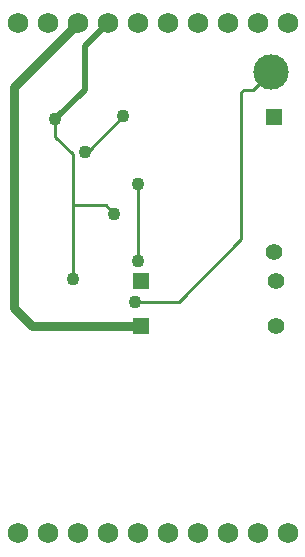
<source format=gbl>
%TF.GenerationSoftware,KiCad,Pcbnew,8.0.7*%
%TF.CreationDate,2025-02-19T16:14:27-05:00*%
%TF.ProjectId,Precharge Module V2.1,50726563-6861-4726-9765-204d6f64756c,rev?*%
%TF.SameCoordinates,Original*%
%TF.FileFunction,Copper,L2,Bot*%
%TF.FilePolarity,Positive*%
%FSLAX46Y46*%
G04 Gerber Fmt 4.6, Leading zero omitted, Abs format (unit mm)*
G04 Created by KiCad (PCBNEW 8.0.7) date 2025-02-19 16:14:27*
%MOMM*%
%LPD*%
G01*
G04 APERTURE LIST*
%TA.AperFunction,ComponentPad*%
%ADD10R,1.397000X1.397000*%
%TD*%
%TA.AperFunction,ComponentPad*%
%ADD11C,1.397000*%
%TD*%
%TA.AperFunction,ComponentPad*%
%ADD12C,3.000000*%
%TD*%
%TA.AperFunction,ComponentPad*%
%ADD13C,1.750000*%
%TD*%
%TA.AperFunction,ViaPad*%
%ADD14C,1.100000*%
%TD*%
%TA.AperFunction,Conductor*%
%ADD15C,0.250000*%
%TD*%
%TA.AperFunction,Conductor*%
%ADD16C,0.500000*%
%TD*%
%TA.AperFunction,Conductor*%
%ADD17C,0.750000*%
%TD*%
G04 APERTURE END LIST*
D10*
X61250000Y-51000000D03*
D11*
X72680000Y-51000000D03*
D12*
X72250000Y-29500000D03*
D10*
X61250000Y-47250000D03*
D11*
X72680000Y-47250000D03*
D10*
X72500000Y-33285000D03*
D11*
X72500000Y-44715000D03*
D13*
X50800000Y-68580000D03*
X53340000Y-68580000D03*
X55880000Y-68580000D03*
X58420000Y-68580000D03*
X60960000Y-68580000D03*
X63500000Y-68580000D03*
X66040000Y-68580000D03*
X68580000Y-68580000D03*
X71120000Y-68580000D03*
X73660000Y-68580000D03*
X50800000Y-25400000D03*
X53340000Y-25400000D03*
X55880000Y-25400000D03*
X58420000Y-25400000D03*
X60960000Y-25400000D03*
X63500000Y-25400000D03*
X66040000Y-25400000D03*
X68580000Y-25400000D03*
X71120000Y-25400000D03*
X73660000Y-25400000D03*
D14*
X55500000Y-47000000D03*
X54000000Y-33500000D03*
X59000000Y-41500000D03*
X61000000Y-39000000D03*
X61000000Y-45500000D03*
X60750000Y-49000000D03*
X56500000Y-36250000D03*
X59750000Y-33250000D03*
D15*
X54000000Y-33500000D02*
X54000000Y-35000000D01*
D16*
X54000000Y-33500000D02*
X56500000Y-31000000D01*
D15*
X55500000Y-47000000D02*
X55500000Y-40750000D01*
D16*
X56500000Y-27320000D02*
X58420000Y-25400000D01*
X56500000Y-31000000D02*
X56500000Y-27320000D01*
D15*
X54000000Y-35000000D02*
X55500000Y-36500000D01*
X59000000Y-41500000D02*
X58250000Y-40750000D01*
X55500000Y-36500000D02*
X55500000Y-40750000D01*
X58250000Y-40750000D02*
X55500000Y-40750000D01*
X61000000Y-39000000D02*
X61000000Y-45500000D01*
X69750000Y-43697000D02*
X69750000Y-31250000D01*
X69750000Y-31250000D02*
X70000000Y-31000000D01*
X60750000Y-49000000D02*
X64447000Y-49000000D01*
X64447000Y-49000000D02*
X69750000Y-43697000D01*
X70750000Y-31000000D02*
X72250000Y-29500000D01*
X70000000Y-31000000D02*
X70750000Y-31000000D01*
X59750000Y-33250000D02*
X56750000Y-36250000D01*
X56750000Y-36250000D02*
X56500000Y-36250000D01*
D17*
X50500000Y-49500000D02*
X50500000Y-30780000D01*
X52000000Y-51000000D02*
X50500000Y-49500000D01*
X52000000Y-51000000D02*
X61250000Y-51000000D01*
X55880000Y-25400000D02*
X50500000Y-30780000D01*
M02*

</source>
